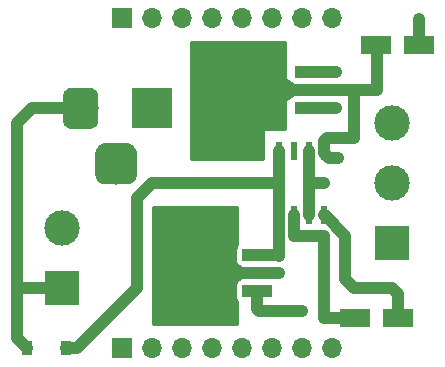
<source format=gbr>
G04 #@! TF.GenerationSoftware,KiCad,Pcbnew,(5.0.0-3-g5ebb6b6)*
G04 #@! TF.CreationDate,2018-12-29T11:49:17+00:00*
G04 #@! TF.ProjectId,BinaryBagelBoard,42696E617279426167656C426F617264,rev?*
G04 #@! TF.SameCoordinates,Original*
G04 #@! TF.FileFunction,Copper,L1,Top,Signal*
G04 #@! TF.FilePolarity,Positive*
%FSLAX46Y46*%
G04 Gerber Fmt 4.6, Leading zero omitted, Abs format (unit mm)*
G04 Created by KiCad (PCBNEW (5.0.0-3-g5ebb6b6)) date Saturday, 29 December 2018 at 11:49:17*
%MOMM*%
%LPD*%
G01*
G04 APERTURE LIST*
G04 #@! TA.AperFunction,SMDPad,CuDef*
%ADD10R,0.600000X1.550000*%
G04 #@! TD*
G04 #@! TA.AperFunction,SMDPad,CuDef*
%ADD11R,2.600000X1.600000*%
G04 #@! TD*
G04 #@! TA.AperFunction,ComponentPad*
%ADD12R,3.500000X3.500000*%
G04 #@! TD*
G04 #@! TA.AperFunction,Conductor*
%ADD13C,0.100000*%
G04 #@! TD*
G04 #@! TA.AperFunction,ComponentPad*
%ADD14C,3.000000*%
G04 #@! TD*
G04 #@! TA.AperFunction,ComponentPad*
%ADD15C,3.500000*%
G04 #@! TD*
G04 #@! TA.AperFunction,SMDPad,CuDef*
%ADD16R,2.500000X1.000000*%
G04 #@! TD*
G04 #@! TA.AperFunction,SMDPad,CuDef*
%ADD17R,4.000000X2.000000*%
G04 #@! TD*
G04 #@! TA.AperFunction,SMDPad,CuDef*
%ADD18C,0.750000*%
G04 #@! TD*
G04 #@! TA.AperFunction,ComponentPad*
%ADD19R,1.700000X1.700000*%
G04 #@! TD*
G04 #@! TA.AperFunction,ComponentPad*
%ADD20O,1.700000X1.700000*%
G04 #@! TD*
G04 #@! TA.AperFunction,ComponentPad*
%ADD21R,3.000000X3.000000*%
G04 #@! TD*
G04 #@! TA.AperFunction,SMDPad,CuDef*
%ADD22R,0.900000X1.200000*%
G04 #@! TD*
G04 #@! TA.AperFunction,ViaPad*
%ADD23C,0.800000*%
G04 #@! TD*
G04 #@! TA.AperFunction,Conductor*
%ADD24C,1.000000*%
G04 #@! TD*
G04 #@! TA.AperFunction,Conductor*
%ADD25C,0.254000*%
G04 #@! TD*
G04 APERTURE END LIST*
D10*
G04 #@! TO.P,U_INV1,1*
G04 #@! TO.N,Net-(C_PR1-Pad1)*
X117475000Y-64930000D03*
G04 #@! TO.P,U_INV1,2*
G04 #@! TO.N,Net-(C_INV1-Pad1)*
X118745000Y-64930000D03*
G04 #@! TO.P,U_INV1,3*
G04 #@! TO.N,/GND*
X120015000Y-64930000D03*
G04 #@! TO.P,U_INV1,4*
G04 #@! TO.N,Net-(C_INV1-Pad2)*
X121285000Y-64930000D03*
G04 #@! TO.P,U_INV1,5*
G04 #@! TO.N,Net-(C_INV2-Pad2)*
X121285000Y-59530000D03*
G04 #@! TO.P,U_INV1,6*
G04 #@! TO.N,/GND*
X120015000Y-59530000D03*
G04 #@! TO.P,U_INV1,7*
G04 #@! TO.N,N/C*
X118745000Y-59530000D03*
G04 #@! TO.P,U_INV1,8*
G04 #@! TO.N,Net-(C_PR1-Pad1)*
X117475000Y-59530000D03*
G04 #@! TD*
D11*
G04 #@! TO.P,C_INV1,1*
G04 #@! TO.N,Net-(C_INV1-Pad1)*
X123930000Y-73660000D03*
G04 #@! TO.P,C_INV1,2*
G04 #@! TO.N,Net-(C_INV1-Pad2)*
X127530000Y-73660000D03*
G04 #@! TD*
G04 #@! TO.P,C_INV2,2*
G04 #@! TO.N,Net-(C_INV2-Pad2)*
X125708000Y-50546000D03*
G04 #@! TO.P,C_INV2,1*
G04 #@! TO.N,/GND*
X129308000Y-50546000D03*
G04 #@! TD*
D12*
G04 #@! TO.P,J_IN1,1*
G04 #@! TO.N,/GND*
X106680000Y-55880000D03*
D13*
G04 #@! TD*
G04 #@! TO.N,Net-(DP1-Pad2)*
G04 #@! TO.C,J_IN1*
G36*
X101503513Y-54133611D02*
X101576318Y-54144411D01*
X101647714Y-54162295D01*
X101717013Y-54187090D01*
X101783548Y-54218559D01*
X101846678Y-54256398D01*
X101905795Y-54300242D01*
X101960330Y-54349670D01*
X102009758Y-54404205D01*
X102053602Y-54463322D01*
X102091441Y-54526452D01*
X102122910Y-54592987D01*
X102147705Y-54662286D01*
X102165589Y-54733682D01*
X102176389Y-54806487D01*
X102180000Y-54880000D01*
X102180000Y-56880000D01*
X102176389Y-56953513D01*
X102165589Y-57026318D01*
X102147705Y-57097714D01*
X102122910Y-57167013D01*
X102091441Y-57233548D01*
X102053602Y-57296678D01*
X102009758Y-57355795D01*
X101960330Y-57410330D01*
X101905795Y-57459758D01*
X101846678Y-57503602D01*
X101783548Y-57541441D01*
X101717013Y-57572910D01*
X101647714Y-57597705D01*
X101576318Y-57615589D01*
X101503513Y-57626389D01*
X101430000Y-57630000D01*
X99930000Y-57630000D01*
X99856487Y-57626389D01*
X99783682Y-57615589D01*
X99712286Y-57597705D01*
X99642987Y-57572910D01*
X99576452Y-57541441D01*
X99513322Y-57503602D01*
X99454205Y-57459758D01*
X99399670Y-57410330D01*
X99350242Y-57355795D01*
X99306398Y-57296678D01*
X99268559Y-57233548D01*
X99237090Y-57167013D01*
X99212295Y-57097714D01*
X99194411Y-57026318D01*
X99183611Y-56953513D01*
X99180000Y-56880000D01*
X99180000Y-54880000D01*
X99183611Y-54806487D01*
X99194411Y-54733682D01*
X99212295Y-54662286D01*
X99237090Y-54592987D01*
X99268559Y-54526452D01*
X99306398Y-54463322D01*
X99350242Y-54404205D01*
X99399670Y-54349670D01*
X99454205Y-54300242D01*
X99513322Y-54256398D01*
X99576452Y-54218559D01*
X99642987Y-54187090D01*
X99712286Y-54162295D01*
X99783682Y-54144411D01*
X99856487Y-54133611D01*
X99930000Y-54130000D01*
X101430000Y-54130000D01*
X101503513Y-54133611D01*
X101503513Y-54133611D01*
G37*
D14*
G04 #@! TO.P,J_IN1,2*
G04 #@! TO.N,Net-(DP1-Pad2)*
X100680000Y-55880000D03*
D13*
G04 #@! TD*
G04 #@! TO.N,N/C*
G04 #@! TO.C,J_IN1*
G36*
X104640765Y-58834213D02*
X104725704Y-58846813D01*
X104808999Y-58867677D01*
X104889848Y-58896605D01*
X104967472Y-58933319D01*
X105041124Y-58977464D01*
X105110094Y-59028616D01*
X105173718Y-59086282D01*
X105231384Y-59149906D01*
X105282536Y-59218876D01*
X105326681Y-59292528D01*
X105363395Y-59370152D01*
X105392323Y-59451001D01*
X105413187Y-59534296D01*
X105425787Y-59619235D01*
X105430000Y-59705000D01*
X105430000Y-61455000D01*
X105425787Y-61540765D01*
X105413187Y-61625704D01*
X105392323Y-61708999D01*
X105363395Y-61789848D01*
X105326681Y-61867472D01*
X105282536Y-61941124D01*
X105231384Y-62010094D01*
X105173718Y-62073718D01*
X105110094Y-62131384D01*
X105041124Y-62182536D01*
X104967472Y-62226681D01*
X104889848Y-62263395D01*
X104808999Y-62292323D01*
X104725704Y-62313187D01*
X104640765Y-62325787D01*
X104555000Y-62330000D01*
X102805000Y-62330000D01*
X102719235Y-62325787D01*
X102634296Y-62313187D01*
X102551001Y-62292323D01*
X102470152Y-62263395D01*
X102392528Y-62226681D01*
X102318876Y-62182536D01*
X102249906Y-62131384D01*
X102186282Y-62073718D01*
X102128616Y-62010094D01*
X102077464Y-61941124D01*
X102033319Y-61867472D01*
X101996605Y-61789848D01*
X101967677Y-61708999D01*
X101946813Y-61625704D01*
X101934213Y-61540765D01*
X101930000Y-61455000D01*
X101930000Y-59705000D01*
X101934213Y-59619235D01*
X101946813Y-59534296D01*
X101967677Y-59451001D01*
X101996605Y-59370152D01*
X102033319Y-59292528D01*
X102077464Y-59218876D01*
X102128616Y-59149906D01*
X102186282Y-59086282D01*
X102249906Y-59028616D01*
X102318876Y-58977464D01*
X102392528Y-58933319D01*
X102470152Y-58896605D01*
X102551001Y-58867677D01*
X102634296Y-58846813D01*
X102719235Y-58834213D01*
X102805000Y-58830000D01*
X104555000Y-58830000D01*
X104640765Y-58834213D01*
X104640765Y-58834213D01*
G37*
D15*
G04 #@! TO.P,J_IN1,3*
G04 #@! TO.N,N/C*
X103680000Y-60580000D03*
G04 #@! TD*
D16*
G04 #@! TO.P,U_NR1,1*
G04 #@! TO.N,/GND*
X120090000Y-55856000D03*
G04 #@! TO.P,U_NR1,2*
G04 #@! TO.N,Net-(C_INV2-Pad2)*
X120090000Y-54356000D03*
G04 #@! TO.P,U_NR1,3*
G04 #@! TO.N,/-5V*
X120090000Y-52856000D03*
D17*
G04 #@! TO.P,U_NR1,2*
G04 #@! TO.N,Net-(C_INV2-Pad2)*
X116130000Y-54356000D03*
D18*
X118480000Y-54356000D03*
D13*
G04 #@! TD*
G04 #@! TO.N,Net-(C_INV2-Pad2)*
G04 #@! TO.C,U_NR1*
G36*
X118105000Y-53356000D02*
X118855000Y-53856000D01*
X118855000Y-54856000D01*
X118105000Y-55356000D01*
X118105000Y-53356000D01*
X118105000Y-53356000D01*
G37*
D18*
G04 #@! TO.P,U_PR1,2*
G04 #@! TO.N,/GND*
X114035000Y-69850000D03*
D13*
G04 #@! TD*
G04 #@! TO.N,/GND*
G04 #@! TO.C,U_PR1*
G36*
X113660000Y-68850000D02*
X114410000Y-69350000D01*
X114410000Y-70350000D01*
X113660000Y-70850000D01*
X113660000Y-68850000D01*
X113660000Y-68850000D01*
G37*
D17*
G04 #@! TO.P,U_PR1,2*
G04 #@! TO.N,/GND*
X111685000Y-69850000D03*
D16*
G04 #@! TO.P,U_PR1,3*
G04 #@! TO.N,Net-(C_PR1-Pad1)*
X115645000Y-68350000D03*
G04 #@! TO.P,U_PR1,2*
G04 #@! TO.N,/GND*
X115645000Y-69850000D03*
G04 #@! TO.P,U_PR1,1*
G04 #@! TO.N,/+5V*
X115645000Y-71350000D03*
G04 #@! TD*
D19*
G04 #@! TO.P,J_MNT1,1*
G04 #@! TO.N,N/C*
X104140000Y-48260000D03*
D20*
G04 #@! TO.P,J_MNT1,2*
X106680000Y-48260000D03*
G04 #@! TO.P,J_MNT1,3*
X109220000Y-48260000D03*
G04 #@! TO.P,J_MNT1,4*
X111760000Y-48260000D03*
G04 #@! TO.P,J_MNT1,5*
X114300000Y-48260000D03*
G04 #@! TO.P,J_MNT1,6*
X116840000Y-48260000D03*
G04 #@! TO.P,J_MNT1,7*
X119380000Y-48260000D03*
G04 #@! TO.P,J_MNT1,8*
X121920000Y-48260000D03*
G04 #@! TD*
G04 #@! TO.P,J_MNT2,8*
G04 #@! TO.N,N/C*
X121920000Y-76200000D03*
G04 #@! TO.P,J_MNT2,7*
X119380000Y-76200000D03*
G04 #@! TO.P,J_MNT2,6*
X116840000Y-76200000D03*
G04 #@! TO.P,J_MNT2,5*
X114300000Y-76200000D03*
G04 #@! TO.P,J_MNT2,4*
X111760000Y-76200000D03*
G04 #@! TO.P,J_MNT2,3*
X109220000Y-76200000D03*
G04 #@! TO.P,J_MNT2,2*
X106680000Y-76200000D03*
D19*
G04 #@! TO.P,J_MNT2,1*
X104140000Y-76200000D03*
G04 #@! TD*
D21*
G04 #@! TO.P,J_IN2,1*
G04 #@! TO.N,Net-(DP1-Pad2)*
X99060000Y-71120000D03*
D14*
G04 #@! TO.P,J_IN2,2*
G04 #@! TO.N,/GND*
X99060000Y-66040000D03*
G04 #@! TD*
D21*
G04 #@! TO.P,J_OUT1,1*
G04 #@! TO.N,/+5V*
X127000000Y-67310000D03*
D14*
G04 #@! TO.P,J_OUT1,2*
G04 #@! TO.N,/-5V*
X127000000Y-62230000D03*
G04 #@! TO.P,J_OUT1,3*
G04 #@! TO.N,/GND*
X127000000Y-57150000D03*
G04 #@! TD*
D22*
G04 #@! TO.P,DP1,1*
G04 #@! TO.N,Net-(C_PR1-Pad1)*
X99440000Y-76200000D03*
G04 #@! TO.P,DP1,2*
G04 #@! TO.N,Net-(DP1-Pad2)*
X96140000Y-76200000D03*
G04 #@! TD*
D23*
G04 #@! TO.N,Net-(C_INV2-Pad2)*
X113792000Y-57404000D03*
X113792000Y-59436000D03*
X116840000Y-51054000D03*
X112268000Y-55372000D03*
X112268000Y-53086000D03*
X113792000Y-53086000D03*
X113792000Y-55372000D03*
X122428000Y-60071000D03*
X115316000Y-51054000D03*
X113792000Y-51054000D03*
X112268000Y-51054000D03*
X110744000Y-51054000D03*
X110744000Y-53086000D03*
X110744000Y-55372000D03*
X110744000Y-57404000D03*
X110744000Y-59436000D03*
X112268000Y-59436000D03*
X115316000Y-59436000D03*
X112268000Y-57404000D03*
X115316000Y-57404000D03*
G04 #@! TO.N,/GND*
X109347000Y-68326000D03*
X109347000Y-70104000D03*
X109347000Y-71882000D03*
X109347000Y-73533000D03*
X110998000Y-73533000D03*
X110998000Y-71882000D03*
X111125000Y-66548000D03*
X111125000Y-68326000D03*
X121285000Y-62230000D03*
X129286000Y-48307400D03*
X117475000Y-69850000D03*
X122301000Y-55880000D03*
X112776000Y-64770000D03*
X109347000Y-64770000D03*
X107696000Y-64770000D03*
X107696000Y-66548000D03*
X111125000Y-64770000D03*
X112776000Y-66548000D03*
X112776000Y-73533000D03*
X109347000Y-66548000D03*
X107696000Y-73533000D03*
X107696000Y-68326000D03*
X107696000Y-70104000D03*
X107696000Y-71882000D03*
G04 #@! TO.N,/-5V*
X122340000Y-52856000D03*
G04 #@! TO.N,Net-(C_PR1-Pad1)*
X111760000Y-62230000D03*
G04 #@! TO.N,/+5V*
X119380000Y-73025000D03*
G04 #@! TD*
D24*
G04 #@! TO.N,Net-(C_INV1-Pad1)*
X121285000Y-66675000D02*
X118745000Y-66675000D01*
X118745000Y-64930000D02*
X118745000Y-66675000D01*
X121285000Y-66675000D02*
X121285000Y-73660000D01*
X121285000Y-73660000D02*
X123930000Y-73660000D01*
G04 #@! TO.N,Net-(C_INV1-Pad2)*
X121285000Y-64930000D02*
X121340000Y-64930000D01*
X123085000Y-66675000D02*
X123085000Y-70380000D01*
X121340000Y-64930000D02*
X123085000Y-66675000D01*
X123085000Y-70380000D02*
X123825000Y-71120000D01*
X123825000Y-71120000D02*
X127000000Y-71120000D01*
X127530000Y-71650000D02*
X127530000Y-73660000D01*
X127000000Y-71120000D02*
X127530000Y-71650000D01*
G04 #@! TO.N,Net-(C_INV2-Pad2)*
X120142000Y-54356000D02*
X116182000Y-54356000D01*
X121285000Y-59530000D02*
X121285000Y-59690000D01*
X121666000Y-60071000D02*
X122428000Y-60071000D01*
X121285000Y-59690000D02*
X121666000Y-60071000D01*
X125730000Y-54229000D02*
X125730000Y-50546000D01*
X120090000Y-54356000D02*
X125730000Y-54356000D01*
X123825000Y-56134000D02*
X123825000Y-54356000D01*
X123825000Y-58420000D02*
X123825000Y-56134000D01*
X121539000Y-58420000D02*
X123825000Y-58420000D01*
X121285000Y-58674000D02*
X121539000Y-58420000D01*
X121285000Y-59530000D02*
X121285000Y-58674000D01*
G04 #@! TO.N,/GND*
X120015000Y-64930000D02*
X120015000Y-62230000D01*
X120015000Y-62230000D02*
X120015000Y-59530000D01*
X111685000Y-69850000D02*
X115645000Y-69850000D01*
X120015000Y-62230000D02*
X121285000Y-62230000D01*
X129286000Y-48307400D02*
X129286000Y-50419000D01*
X115645000Y-69850000D02*
X117475000Y-69850000D01*
X120090000Y-55856000D02*
X122301000Y-55880000D01*
G04 #@! TO.N,/-5V*
X120090000Y-52856000D02*
X122340000Y-52856000D01*
G04 #@! TO.N,Net-(C_PR1-Pad1)*
X117473600Y-68350000D02*
X115645000Y-68350000D01*
X117475000Y-68351400D02*
X117473600Y-68350000D01*
X117475000Y-64930000D02*
X117475000Y-68351400D01*
X117475000Y-63500000D02*
X117475000Y-62966600D01*
X117475000Y-64930000D02*
X117475000Y-63500000D01*
X117475000Y-62230000D02*
X117475000Y-63220600D01*
X111760000Y-62230000D02*
X117475000Y-62230000D01*
X117475000Y-59530000D02*
X117475000Y-62230000D01*
X105410000Y-63500000D02*
X105410000Y-71120000D01*
X106680000Y-62230000D02*
X105410000Y-63500000D01*
X111760000Y-62230000D02*
X106680000Y-62230000D01*
X102870000Y-73660000D02*
X105410000Y-71120000D01*
X100330000Y-76200000D02*
X102870000Y-73660000D01*
X99440000Y-76200000D02*
X100330000Y-76200000D01*
G04 #@! TO.N,/+5V*
X115645000Y-72850000D02*
X115645000Y-71350000D01*
X115820000Y-73025000D02*
X115645000Y-72850000D01*
X119380000Y-73025000D02*
X115820000Y-73025000D01*
G04 #@! TO.N,Net-(DP1-Pad2)*
X99060000Y-71120000D02*
X95250000Y-71120000D01*
X96520000Y-55880000D02*
X100680000Y-55880000D01*
X95250000Y-57150000D02*
X96520000Y-55880000D01*
X95250000Y-71120000D02*
X95250000Y-57150000D01*
X95250000Y-75310000D02*
X95250000Y-71120000D01*
X96140000Y-76200000D02*
X95250000Y-75310000D01*
G04 #@! TD*
D25*
G04 #@! TO.N,/GND*
G36*
X113919000Y-67419416D02*
X113796843Y-67602235D01*
X113747560Y-67850000D01*
X113747560Y-68850000D01*
X113796843Y-69097765D01*
X113919000Y-69280584D01*
X113919000Y-70419416D01*
X113796843Y-70602235D01*
X113747560Y-70850000D01*
X113747560Y-71850000D01*
X113796843Y-72097765D01*
X113919000Y-72280584D01*
X113919000Y-74168000D01*
X106807000Y-74168000D01*
X106807000Y-64262000D01*
X113919000Y-64262000D01*
X113919000Y-67419416D01*
X113919000Y-67419416D01*
G37*
X113919000Y-67419416D02*
X113796843Y-67602235D01*
X113747560Y-67850000D01*
X113747560Y-68850000D01*
X113796843Y-69097765D01*
X113919000Y-69280584D01*
X113919000Y-70419416D01*
X113796843Y-70602235D01*
X113747560Y-70850000D01*
X113747560Y-71850000D01*
X113796843Y-72097765D01*
X113919000Y-72280584D01*
X113919000Y-74168000D01*
X106807000Y-74168000D01*
X106807000Y-64262000D01*
X113919000Y-64262000D01*
X113919000Y-67419416D01*
G04 #@! TO.N,Net-(C_INV2-Pad2)*
G36*
X117983000Y-57658000D02*
X116205000Y-57658000D01*
X116156399Y-57667667D01*
X116115197Y-57695197D01*
X116087667Y-57736399D01*
X116078000Y-57785000D01*
X116078000Y-60198000D01*
X109982000Y-60198000D01*
X109982000Y-50292000D01*
X117983000Y-50292000D01*
X117983000Y-57658000D01*
X117983000Y-57658000D01*
G37*
X117983000Y-57658000D02*
X116205000Y-57658000D01*
X116156399Y-57667667D01*
X116115197Y-57695197D01*
X116087667Y-57736399D01*
X116078000Y-57785000D01*
X116078000Y-60198000D01*
X109982000Y-60198000D01*
X109982000Y-50292000D01*
X117983000Y-50292000D01*
X117983000Y-57658000D01*
G04 #@! TD*
M02*

</source>
